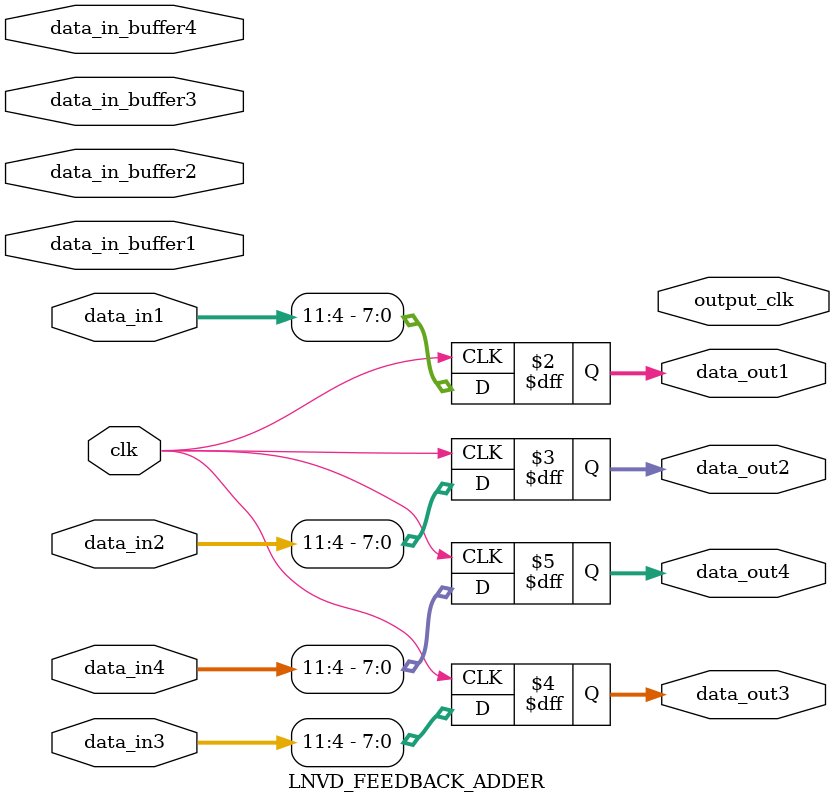
<source format=v>
/* Author: 	Evan Newell
	Date:   	April 6, 2024
	Project: LNVD
	
	Input: * 250 KHz clk
			 * 4 x 12 bit values
			 * 4 x 12 bit values from process delay buffer
	
	Output: *4 x 12 bit values summed from the 2 inputs

			  
	Credit: 
	* Silas Waxter and Aaron Jobe (Team member for research and troubleshooting support)

	Contact: (541)527-0767 *** neweleva000@gmail.com
*/

module LNVD_FEEDBACK_ADDER(
	input  clk,
	input  [11:0] data_in1,
	input  [11:0] data_in2,
	input  [11:0] data_in3,
	input  [11:0] data_in4,
	input  [11:0] data_in_buffer1,
	input  [11:0] data_in_buffer2,
	input  [11:0] data_in_buffer3,
	input  [11:0] data_in_buffer4,
	output reg [7:0] data_out1,
	output reg [7:0] data_out2,
	output reg [7:0] data_out3,
	output reg [7:0] data_out4,
	output output_clk
);

	always @(posedge clk) begin
		data_out1 <= data_in1[11:4];
		data_out2 <= data_in2[11:4];
		data_out3 <= data_in3[11:4];
		data_out4 <= data_in4[11:4];
	end

endmodule
</source>
